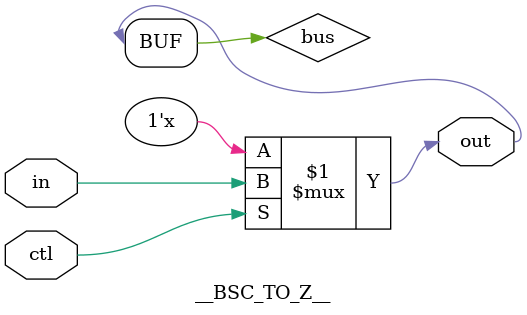
<source format=sv>

`include "bluespec.svh"

/* verilator lint_off DECLFILENAME */
/* verilator lint_off MULTITOP */

// -- AMALGAMATE: start --
// ---------------------------------------------------------------------------------------------------------------------

// __BSC_TRISTATE__: TriState buffers.
module __BSC_TRISTATE__ // # MARK: __BSC_TRISTATE__
  # ( parameter int WIDTH = 1
    ) ( input  wire logic [WIDTH-1:0] in
      , output wire logic [WIDTH-1:0] out
      , inout  wire logic [WIDTH-1:0] io

      , input  wire logic out_en
      );

  assign io  = out_en ? in : {WIDTH{1'bz}};
  assign out = io;
endmodule: __BSC_TRISTATE__

// __BSC_FROM_Z__: 
module __BSC_FROM_Z__ // # MARK: __BSC_FROM_Z__
  # ( parameter int WIDTH = 1
    ) ( input  wire logic [WIDTH-1:0] in
      , output wire logic [WIDTH-1:0] out
      );
  
  tri [WIDTH-1:0] bus;

  assign bus = in;
  assign out = bus;
endmodule: __BSC_FROM_Z__

// __BSC_TO_Z__:
module __BSC_TO_Z__ // # MARK: __BSC_TO_Z__
  # ( parameter int WIDTH = 1
    ) ( input  wire logic [WIDTH-1:0] in
      , input  wire logic             ctl
      , output wire logic [WIDTH-1:0] out
      );

  tri [WIDTH-1:0] bus;

  assign bus = ctl ? in : {WIDTH{1'bz}};
  assign out = bus;
endmodule: __BSC_TO_Z__

// ---------------------------------------------------------------------------------------------------------------------

`ifdef __BSC_SHIM_V1_PRIMS__
module TriState // MARK: Shim: TriState 
  # ( parameter width = 1
    ) ( input  [width-1:0] I
      , output [width-1:0] O
      , inout  [width-1:0] IO
      , input OE
      );

  __BSC_TRISTATE__ #(.WIDTH(width)) i_tristate
    ( .in(I)
    , .out(O)
    , .io(IO)
    , .out_en(OE)
    );
endmodule

module ConvertFromZ // MARK: Shim: ConvertFromZ
  # ( parameter width = 1
    ) ( input  [width-1:0] IN
      , output [width-1:0] OUT
      );
  __BSC_FROM_Z__ #(.WIDTH(width)) i_from_z ( .in(IN), .out(OUT) );
endmodule

module ConvertToZ // MARK: Shim: ConvertToZ
  # ( parameter width = 1
    ) ( input  [width-1:0] IN
      , input  CTL
      , output [width-1:0] OUT
      );
  __BSC_TO_Z__ #(.WIDTH(width)) i_to_z ( .in(IN), .ctl(CTL), .out(OUT) );
endmodule
`endif // __BSC_SHIM_V1_PRIMS__

// ---------------------------------------------------------------------------------------------------------------------

`ifdef __BSC_TESTBENCH__

module __BSC_TRISTATE__TEST001; // MARK: Test: #001
  reg clk = 0;
  reg resetn = 0;

  always #5 clk <= ~clk;
  initial begin: init
    $display("### TEST: __BSC_TRISTATE__TEST001");
    # 20 resetn = 1;
    # 100 $finish();
  end: init

  initial $monitor($time, " clk=%b resetn=%b", clk, resetn);
endmodule: __BSC_TRISTATE__TEST001

`endif // __BSC_TESTBENCH__

// ---------------------------------------------------------------------------------------------------------------------
// -- AMALGAMATE: end --

</source>
